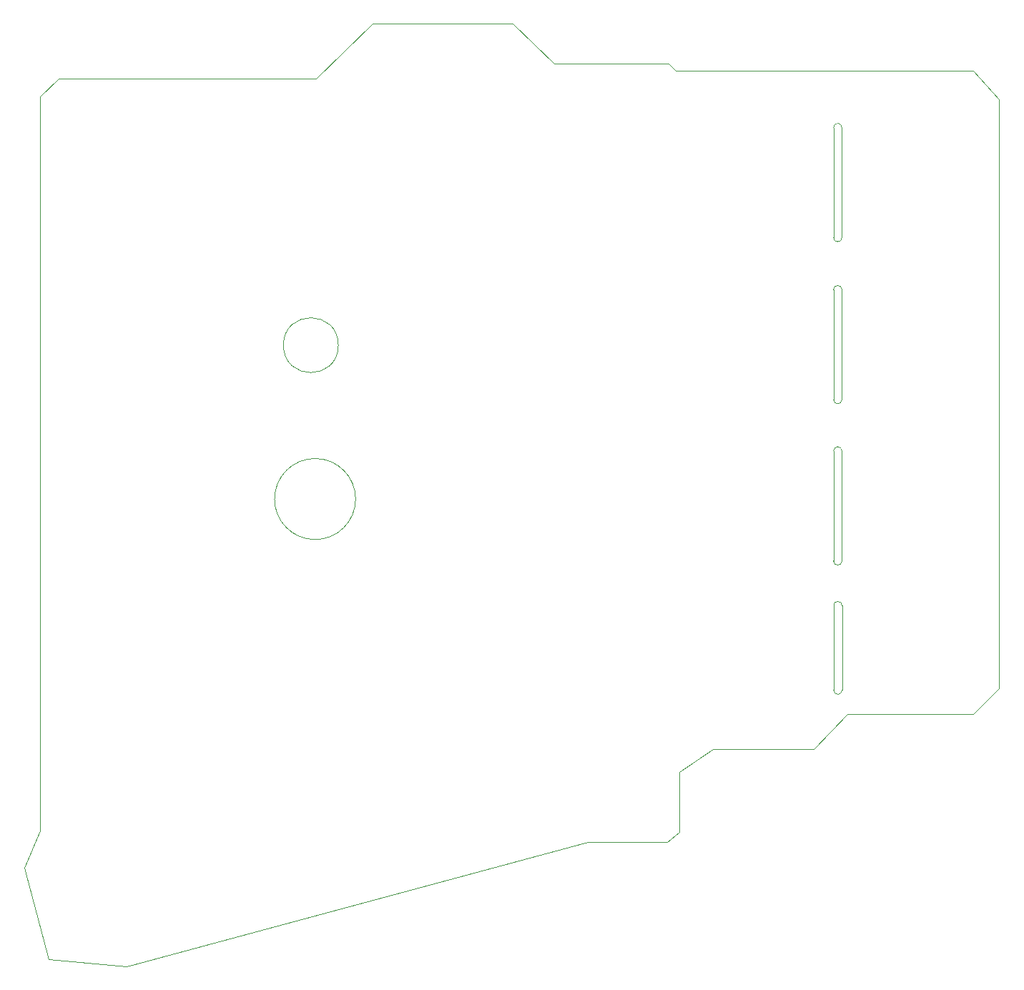
<source format=gbr>
G04 #@! TF.GenerationSoftware,KiCad,Pcbnew,(5.1.4)-1*
G04 #@! TF.CreationDate,2023-05-19T08:47:55-04:00*
G04 #@! TF.ProjectId,ThumbsUp,5468756d-6273-4557-902e-6b696361645f,rev?*
G04 #@! TF.SameCoordinates,Original*
G04 #@! TF.FileFunction,Profile,NP*
%FSLAX46Y46*%
G04 Gerber Fmt 4.6, Leading zero omitted, Abs format (unit mm)*
G04 Created by KiCad (PCBNEW (5.1.4)-1) date 2023-05-19 08:47:55*
%MOMM*%
%LPD*%
G04 APERTURE LIST*
%ADD10C,0.050000*%
G04 APERTURE END LIST*
D10*
X246480000Y-502980000D02*
X246480000Y-516000000D01*
X246480000Y-516000000D02*
G75*
G02X245480000Y-516000000I-500000J0D01*
G01*
X245480000Y-502980000D02*
G75*
G02X246480000Y-502980000I500000J0D01*
G01*
X245480000Y-502980000D02*
X245480000Y-516000000D01*
X246480000Y-522180000D02*
X246480000Y-535200000D01*
X246480000Y-535200000D02*
G75*
G02X245480000Y-535200000I-500000J0D01*
G01*
X245480000Y-522180000D02*
G75*
G02X246480000Y-522180000I500000J0D01*
G01*
X245480000Y-522180000D02*
X245480000Y-535200000D01*
X246480000Y-541280000D02*
X246480000Y-554300000D01*
X245480000Y-541280000D02*
G75*
G02X246480000Y-541280000I500000J0D01*
G01*
X246480000Y-554300000D02*
G75*
G02X245480000Y-554300000I-500000J0D01*
G01*
X245480000Y-541280000D02*
X245480000Y-554300000D01*
X245500000Y-559600000D02*
G75*
G02X246500000Y-559600000I500000J0D01*
G01*
X246500000Y-569600000D02*
G75*
G02X245500000Y-569600000I-500000J0D01*
G01*
X246500000Y-559600000D02*
X246500000Y-569600000D01*
X245500000Y-559600000D02*
X245500000Y-569600000D01*
X151502490Y-586234349D02*
X151521905Y-499306391D01*
X265112025Y-499660322D02*
X265112025Y-569410323D01*
X227212025Y-579310322D02*
X231212025Y-576560322D01*
X247312025Y-572410323D02*
X249112025Y-572410323D01*
X228612025Y-496260322D02*
X226812025Y-496260322D01*
X188900000Y-546970000D02*
G75*
G03X188900000Y-546970000I-4800000J0D01*
G01*
X186850000Y-528750000D02*
G75*
G03X186850000Y-528750000I-3250000J0D01*
G01*
X216412025Y-587610323D02*
X161803913Y-602309185D01*
X227212025Y-586410323D02*
X227212025Y-579310322D01*
X190912025Y-490660322D02*
X184212025Y-497160322D01*
X243162025Y-576560322D02*
X231212025Y-576560322D01*
X212412025Y-495410323D02*
X207462025Y-490660322D01*
X225962025Y-495410322D02*
X226812025Y-496260322D01*
X262012025Y-496260323D02*
X265112025Y-499660322D01*
X249112025Y-572410323D02*
X262012024Y-572410322D01*
X190912025Y-490660322D02*
X207462025Y-490660322D01*
X262012025Y-496260323D02*
X228612025Y-496260322D01*
X216612025Y-587610322D02*
X225812025Y-587610323D01*
X243162025Y-576560322D02*
X247112025Y-572410322D01*
X216612025Y-587610322D02*
X216412025Y-587610323D01*
X227212025Y-586410323D02*
X225812025Y-587610323D01*
X212412025Y-495410323D02*
X225962025Y-495410322D01*
X184212025Y-497160322D02*
X153712026Y-497160322D01*
X265112025Y-569410323D02*
X262012024Y-572410322D01*
X151521905Y-499306391D02*
X153712026Y-497160322D01*
X247312025Y-572410323D02*
X247112025Y-572410322D01*
X152582510Y-601446632D02*
X161803913Y-602309185D01*
X151502490Y-586234349D02*
X149704378Y-590684833D01*
X152582510Y-601446632D02*
X149704378Y-590684833D01*
M02*

</source>
